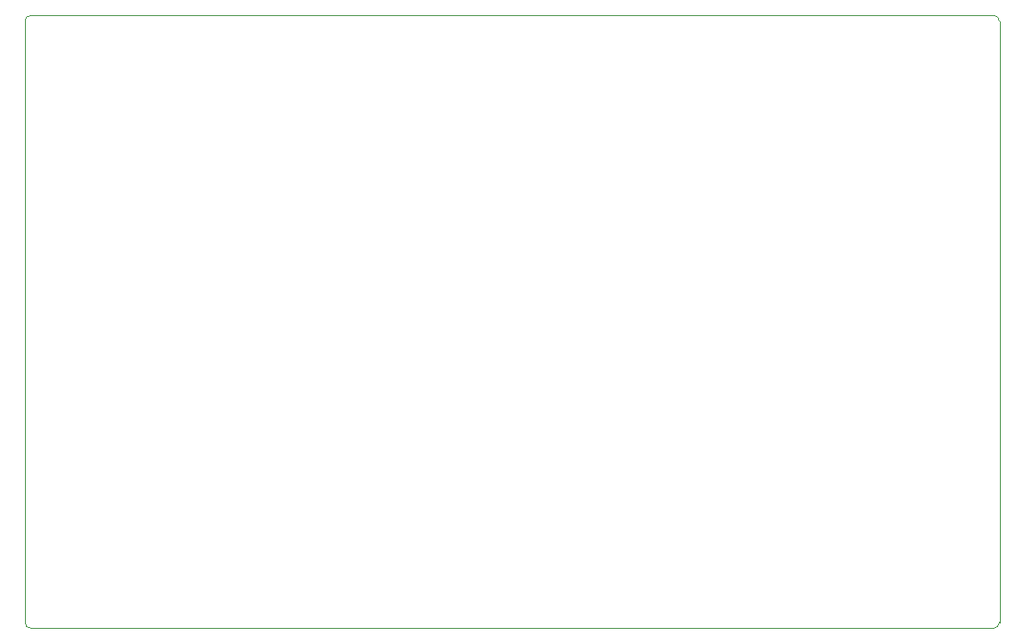
<source format=gbr>
%TF.GenerationSoftware,KiCad,Pcbnew,(6.0.2)*%
%TF.CreationDate,2022-07-24T16:40:57+01:00*%
%TF.ProjectId,Rosco_Hat_RAM,526f7363-6f5f-4486-9174-5f52414d2e6b,rev?*%
%TF.SameCoordinates,Original*%
%TF.FileFunction,Profile,NP*%
%FSLAX46Y46*%
G04 Gerber Fmt 4.6, Leading zero omitted, Abs format (unit mm)*
G04 Created by KiCad (PCBNEW (6.0.2)) date 2022-07-24 16:40:57*
%MOMM*%
%LPD*%
G01*
G04 APERTURE LIST*
%TA.AperFunction,Profile*%
%ADD10C,0.100000*%
%TD*%
G04 APERTURE END LIST*
D10*
X172950263Y-142600001D02*
G75*
G03*
X173500000Y-142061277I10905J538722D01*
G01*
X173500000Y-84999737D02*
X173500000Y-142061277D01*
X137550000Y-84450000D02*
X81549737Y-84450000D01*
X80996125Y-142050263D02*
G75*
G03*
X81534849Y-142600000I538722J-10905D01*
G01*
X81549737Y-84449999D02*
G75*
G03*
X81000000Y-84988723I-10905J-538722D01*
G01*
X80996126Y-142050263D02*
X81000000Y-84988723D01*
X173500001Y-84999737D02*
G75*
G03*
X172961277Y-84450000I-538722J10905D01*
G01*
X137550000Y-84450000D02*
X172961277Y-84450000D01*
X172950263Y-142600000D02*
X81534849Y-142600000D01*
M02*

</source>
